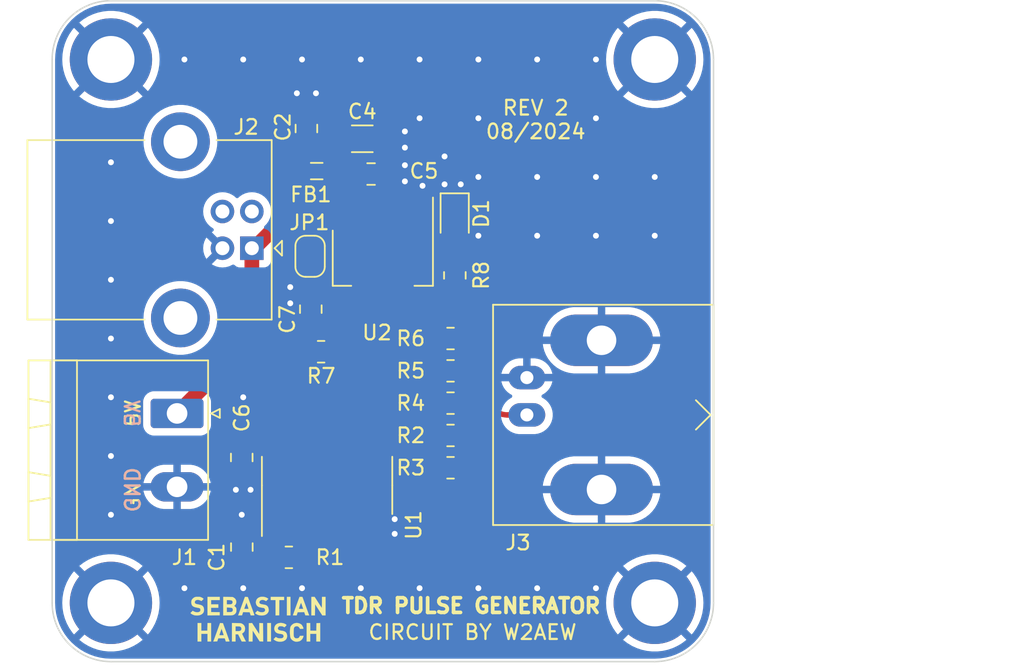
<source format=kicad_pcb>
(kicad_pcb (version 20240108) (generator "pcbnew") (generator_version "8.0")
  (title_block (title "Pulse Generator") (date "2024-08-22") (company "Sebastian Harnisch") (comment 1 "Pulse gen circuit presented by W2AEW"))
  (layers (0 "F.Cu" signal) (1 "In1.Cu" signal) (2 "In2.Cu" signal) (31 "B.Cu" signal) (34 "B.Paste" user) (35 "F.Paste" user) (36 "B.SilkS" user "B.Silkscreen") (37 "F.SilkS" user "F.Silkscreen") (38 "B.Mask" user) (39 "F.Mask" user) (44 "Edge.Cuts" user))
  (net 0 "")
  (net 1 "Net-(C1-Pad1)")
  (net 2 "GND")
  (net 3 "+5V")
  (net 4 "+3.3V")
  (net 5 "Net-(C7-Pad1)")
  (net 6 "Net-(J1-Pin_1)")
  (net 7 "Net-(D1-A)")
  (net 11 "Net-(R1-Pad2)")
  (net 12 "Net-(R2-Pad1)")
  (net 13 "Net-(R3-Pad1)")
  (net 14 "Net-(R4-Pad1)")
  (net 15 "Net-(R5-Pad1)")
  (net 16 "Net-(R6-Pad1)")
  (net 18 "Net-(J3-In)")
  (footprint "MountingHole:MountingHole_3.2mm_M3_DIN965_Pad" (layer "F.Cu") (at 90.9 70)
    (property "Reference" "H1" (hide yes))
    (property "Value" "M3")
    (pad "1" thru_hole circle (at 0 0) (size 5.6 5.6) (drill 3.2) (layers "*.Cu" "*.Mask") (net 2 "GND"))
  )
  (footprint "Capacitor_SMD:C_1206_3216Metric" (layer "F.Cu") (at 71 38.4)
    (property "Reference" "C4" (at 0 -1.85 0) (layer "F.SilkS"))
    (property "Value" "10u")
    (pad "1" smd roundrect (at -1.475 0) (size 1.15 1.8) (layers "F.Cu" "F.Paste" "F.Mask") (roundrect_rratio 0.217391) (net 3 "+5V"))
    (pad "2" smd roundrect (at 1.475 0) (size 1.15 1.8) (layers "F.Cu" "F.Paste" "F.Mask") (roundrect_rratio 0.217391) (net 2 "GND"))
  )
  (footprint "01_Sebastian:SebastianHarnisch_small" (layer "F.Cu") (at 63.9 71.12)
    (property "Reference" "LOGO1" (hide yes))
    (property "Value" "LOGO_SH_SMALL" (hide yes))
  )
  (footprint "Connector_Phoenix_MSTB:PhoenixContact_MSTBA_2,5_2-G_1x02_P5.00mm_Horizontal" (layer "F.Cu") (at 58.4 57.1 -90)
    (property "Reference" "J1" (at 9.8 -0.5 0) (layer "F.SilkS"))
    (property "Value" "Screw_Terminal_01x02")
    (pad "1" thru_hole roundrect (at 0 0 270) (size 2 3.6) (drill 1.4) (layers "*.Cu" "*.Mask") (roundrect_rratio 0.125) (net 6 "Net-(J1-Pin_1)"))
    (pad "2" thru_hole oval (at 5 0 270) (size 2 3.6) (drill 1.4) (layers "*.Cu" "*.Mask") (net 2 "GND"))
  )
  (footprint "Capacitor_SMD:C_0805_2012Metric" (layer "F.Cu") (at 62.8 60.1 -90)
    (property "Reference" "C6" (at -2.7 0 -90) (layer "F.SilkS"))
    (property "Value" "100n")
    (pad "1" smd roundrect (at -0.95 0 270) (size 1 1.45) (layers "F.Cu" "F.Paste" "F.Mask") (net 4 "+3.3V"))
    (pad "2" smd roundrect (at 0.95 0 270) (size 1 1.45) (layers "F.Cu" "F.Paste" "F.Mask") (net 2 "GND"))
  )
  (footprint "MountingHole:MountingHole_3.2mm_M3_DIN965_Pad" (layer "F.Cu") (at 53.9 33)
    (property "Reference" "H4" (hide yes))
    (property "Value" "M3")
    (pad "1" thru_hole circle (at 0 0) (size 5.6 5.6) (drill 3.2) (layers "*.Cu" "*.Mask") (net 2 "GND"))
  )
  (footprint "Capacitor_SMD:C_0805_2012Metric" (layer "F.Cu") (at 67.5 50 90)
    (property "Reference" "C7" (at -0.7 -1.6 90) (layer "F.SilkS"))
    (property "Value" "10u")
    (pad "1" smd roundrect (at -0.95 0 90) (size 1 1.45) (layers "F.Cu" "F.Paste" "F.Mask") (net 5 "Net-(C7-Pad1)"))
    (pad "2" smd roundrect (at 0.95 0 90) (size 1 1.45) (layers "F.Cu" "F.Paste" "F.Mask") (net 2 "GND"))
  )
  (footprint "Resistor_SMD:R_0805_2012Metric" (layer "F.Cu") (at 77.3 47.7 90)
    (property "Reference" "R8" (at 0 1.8 90) (layer "F.SilkS"))
    (property "Value" "1k")
    (pad "1" smd roundrect (at -0.9125 0 90) (size 1.025 1.4) (layers "F.Cu" "F.Paste" "F.Mask") (roundrect_rratio 0.243902) (net 4 "+3.3V"))
    (pad "2" smd roundrect (at 0.9125 0 90) (size 1.025 1.4) (layers "F.Cu" "F.Paste" "F.Mask") (roundrect_rratio 0.243902) (net 7 "Net-(D1-A)"))
  )
  (footprint "Resistor_SMD:R_0805_2012Metric" (layer "F.Cu") (at 77.00625 54.2)
    (property "Reference" "R5" (at -2.70625 0 0) (layer "F.SilkS"))
    (property "Value" "220")
    (pad "1" smd roundrect (at -0.9125 0) (size 1.025 1.4) (layers "F.Cu" "F.Paste" "F.Mask") (roundrect_rratio 0.243902) (net 15 "Net-(R5-Pad1)"))
    (pad "2" smd roundrect (at 0.9125 0) (size 1.025 1.4) (layers "F.Cu" "F.Paste" "F.Mask") (roundrect_rratio 0.243902) (net 18 "Net-(J3-In)"))
  )
  (footprint "Jumper:SolderJumper-2_P1.3mm_Open_RoundedPad1.0x1.5mm" (layer "F.Cu") (at 67.45 46.4 -90)
    (property "Reference" "JP1" (at -2.3 0.05 180) (layer "F.SilkS"))
    (property "Value" "SolderJumper_2_Open")
    (pad "1" smd custom (at -0.65 0 270) (size 1 0.5) (layers "F.Cu" "F.Mask") (net 3 "+5V") (options (clearance outline) (anchor rect)) (primitives (gr_circle (center 0 0.25) (end 0.5 0.25) (width 0) (fill yes)) (gr_circle (center 0 -0.25) (end 0.5 -0.25) (width 0) (fill yes)) (gr_poly (pts (xy 0.5 0.75) (xy 0 0.75) (xy 0 -0.75) (xy 0.5 -0.75)) (width 0) (fill yes))))
    (pad "2" smd custom (at 0.65 0 270) (size 1 0.5) (layers "F.Cu" "F.Mask") (net 4 "+3.3V") (options (clearance outline) (anchor rect)) (primitives (gr_circle (center 0 0.25) (end 0.5 0.25) (width 0) (fill yes)) (gr_circle (center 0 -0.25) (end 0.5 -0.25) (width 0) (fill yes)) (gr_poly (pts (xy 0 0.75) (xy -0.5 0.75) (xy -0.5 -0.75) (xy 0 -0.75)) (width 0) (fill yes))))
  )
  (footprint "Resistor_SMD:R_0805_2012Metric" (layer "F.Cu") (at 77.00625 58.6)
    (property "Reference" "R2" (at -2.70625 0 0) (layer "F.SilkS"))
    (property "Value" "220")
    (pad "1" smd roundrect (at -0.9125 0) (size 1.025 1.4) (layers "F.Cu" "F.Paste" "F.Mask") (roundrect_rratio 0.243902) (net 12 "Net-(R2-Pad1)"))
    (pad "2" smd roundrect (at 0.9125 0) (size 1.025 1.4) (layers "F.Cu" "F.Paste" "F.Mask") (roundrect_rratio 0.243902) (net 18 "Net-(J3-In)"))
  )
  (footprint "Connector_Coaxial:BNC_Amphenol_B6252HB-NPP3G-50_Horizontal" (layer "F.Cu") (at 82.2 57.2 -90)
    (property "Reference" "J3" (at 8.7 0.6 0) (layer "F.SilkS"))
    (property "Value" "Conn_Coaxial")
    (pad "1" thru_hole oval (at 0 0 270) (size 1.6 2.5) (drill 0.89) (layers "*.Cu" "*.Mask") (net 18 "Net-(J3-In)"))
    (pad "2" thru_hole oval (at -5.08 -5.08 270) (size 3.5 7) (drill 2.01) (layers "*.Cu" "*.Mask") (net 2 "GND"))
    (pad "2" thru_hole oval (at -2.54 0 270) (size 1.6 2.5) (drill 0.89) (layers "*.Cu" "*.Mask") (net 2 "GND"))
    (pad "2" thru_hole oval (at 5.08 -5.08 270) (size 3.5 7) (drill 2.01) (layers "*.Cu" "*.Mask") (net 2 "GND"))
  )
  (footprint "Resistor_SMD:R_0805_2012Metric" (layer "F.Cu") (at 77.00625 56.4)
    (property "Reference" "R4" (at -2.70625 0 0) (layer "F.SilkS"))
    (property "Value" "220")
    (pad "1" smd roundrect (at -0.9125 0) (size 1.025 1.4) (layers "F.Cu" "F.Paste" "F.Mask") (roundrect_rratio 0.243902) (net 14 "Net-(R4-Pad1)"))
    (pad "2" smd roundrect (at 0.9125 0) (size 1.025 1.4) (layers "F.Cu" "F.Paste" "F.Mask") (roundrect_rratio 0.243902) (net 18 "Net-(J3-In)"))
  )
  (footprint "Package_SO:SOIC-14_3.9x8.7mm_P1.27mm" (layer "F.Cu") (at 68.60625 62 90)
    (property "Reference" "U1" (at -2.7 5.89375 90) (layer "F.SilkS"))
    (property "Value" "74AC14")
    (pad "1" smd roundrect (at -2.475 -3.81 90) (size 1.95 0.6) (layers "F.Cu" "F.Paste" "F.Mask") (net 1 "Net-(C1-Pad1)"))
    (pad "2" smd roundrect (at -2.475 -2.54 90) (size 1.95 0.6) (layers "F.Cu" "F.Paste" "F.Mask") (net 11 "Net-(R1-Pad2)"))
    (pad "3" smd roundrect (at -2.475 -1.27 90) (size 1.95 0.6) (layers "F.Cu" "F.Paste" "F.Mask") (net 11 "Net-(R1-Pad2)"))
    (pad "4" smd roundrect (at -2.475 0 90) (size 1.95 0.6) (layers "F.Cu" "F.Paste" "F.Mask") (net 12 "Net-(R2-Pad1)"))
    (pad "5" smd roundrect (at -2.475 1.27 90) (size 1.95 0.6) (layers "F.Cu" "F.Paste" "F.Mask") (net 11 "Net-(R1-Pad2)"))
    (pad "6" smd roundrect (at -2.475 2.54 90) (size 1.95 0.6) (layers "F.Cu" "F.Paste" "F.Mask") (net 13 "Net-(R3-Pad1)"))
    (pad "7" smd roundrect (at -2.475 3.81 90) (size 1.95 0.6) (layers "F.Cu" "F.Paste" "F.Mask") (net 2 "GND"))
    (pad "8" smd roundrect (at 2.475 3.81 90) (size 1.95 0.6) (layers "F.Cu" "F.Paste" "F.Mask") (net 14 "Net-(R4-Pad1)"))
    (pad "9" smd roundrect (at 2.475 2.54 90) (size 1.95 0.6) (layers "F.Cu" "F.Paste" "F.Mask") (net 11 "Net-(R1-Pad2)"))
    (pad "10" smd roundrect (at 2.475 1.27 90) (size 1.95 0.6) (layers "F.Cu" "F.Paste" "F.Mask") (net 15 "Net-(R5-Pad1)"))
    (pad "11" smd roundrect (at 2.475 0 90) (size 1.95 0.6) (layers "F.Cu" "F.Paste" "F.Mask") (net 11 "Net-(R1-Pad2)"))
    (pad "12" smd roundrect (at 2.475 -1.27 90) (size 1.95 0.6) (layers "F.Cu" "F.Paste" "F.Mask") (net 16 "Net-(R6-Pad1)"))
    (pad "13" smd roundrect (at 2.475 -2.54 90) (size 1.95 0.6) (layers "F.Cu" "F.Paste" "F.Mask") (net 11 "Net-(R1-Pad2)"))
    (pad "14" smd roundrect (at 2.475 -3.81 90) (size 1.95 0.6) (layers "F.Cu" "F.Paste" "F.Mask") (net 4 "+3.3V"))
  )
  (footprint "LED_SMD:LED_0805_2012Metric" (layer "F.Cu") (at 77.289 43.8 -90)
    (property "Reference" "D1" (at -0.3 -1.811 90) (layer "F.SilkS"))
    (property "Value" "LED")
    (pad "1" smd roundrect (at -0.9375 0 270) (size 0.975 1.4) (layers "F.Cu" "F.Paste" "F.Mask") (net 2 "GND"))
    (pad "2" smd roundrect (at 0.9375 0 270) (size 0.975 1.4) (layers "F.Cu" "F.Paste" "F.Mask") (net 7 "Net-(D1-A)"))
  )
  (footprint "Resistor_SMD:R_0805_2012Metric" (layer "F.Cu") (at 68.2 52.9 180)
    (property "Reference" "R7" (at 0 -1.65 180) (layer "F.SilkS"))
    (property "Value" "1")
    (pad "1" smd roundrect (at -0.9125 0 180) (size 1.025 1.4) (layers "F.Cu" "F.Paste" "F.Mask") (roundrect_rratio 0.243902) (net 4 "+3.3V"))
    (pad "2" smd roundrect (at 0.9125 0 180) (size 1.025 1.4) (layers "F.Cu" "F.Paste" "F.Mask") (roundrect_rratio 0.243902) (net 5 "Net-(C7-Pad1)"))
  )
  (footprint "Resistor_SMD:R_0805_2012Metric" (layer "F.Cu") (at 77.00625 52)
    (property "Reference" "R6" (at -2.70625 0 0) (layer "F.SilkS"))
    (property "Value" "220")
    (pad "1" smd roundrect (at -0.9125 0) (size 1.025 1.4) (layers "F.Cu" "F.Paste" "F.Mask") (roundrect_rratio 0.243902) (net 16 "Net-(R6-Pad1)"))
    (pad "2" smd roundrect (at 0.9125 0) (size 1.025 1.4) (layers "F.Cu" "F.Paste" "F.Mask") (roundrect_rratio 0.243902) (net 18 "Net-(J3-In)"))
  )
  (footprint "Resistor_SMD:R_0805_2012Metric" (layer "F.Cu") (at 77.00625 60.8)
    (property "Reference" "R3" (at -2.70625 0 0) (layer "F.SilkS"))
    (property "Value" "220")
    (pad "1" smd roundrect (at -0.9125 0) (size 1.025 1.4) (layers "F.Cu" "F.Paste" "F.Mask") (roundrect_rratio 0.243902) (net 13 "Net-(R3-Pad1)"))
    (pad "2" smd roundrect (at 0.9125 0) (size 1.025 1.4) (layers "F.Cu" "F.Paste" "F.Mask") (roundrect_rratio 0.243902) (net 18 "Net-(J3-In)"))
  )
  (footprint "Connector_USB:USB_B_Lumberg_2411_02_Horizontal" (layer "F.Cu") (at 63.4875 45.85 180)
    (property "Reference" "J2" (at 0.3875 8.25 0) (layer "F.SilkS"))
    (property "Value" "USB_B")
    (pad "1" thru_hole rect (at 0 0 270) (size 1.6 1.6) (drill 0.95) (layers "*.Cu" "*.Mask") (net 6 "Net-(J1-Pin_1)"))
    (pad "2" thru_hole circle (at 0 2.5 270) (size 1.6 1.6) (drill 0.95) (layers "*.Cu" "*.Mask"))
    (pad "3" thru_hole circle (at 2 2.5 270) (size 1.6 1.6) (drill 0.95) (layers "*.Cu" "*.Mask"))
    (pad "4" thru_hole circle (at 2 0 270) (size 1.6 1.6) (drill 0.95) (layers "*.Cu" "*.Mask") (net 2 "GND"))
    (pad "5" thru_hole circle (at 4.86 -4.75 270) (size 4 4) (drill 2.3) (layers "*.Cu" "*.Mask"))
    (pad "5" thru_hole circle (at 4.86 7.25 270) (size 4 4) (drill 2.3) (layers "*.Cu" "*.Mask"))
  )
  (footprint "Capacitor_SMD:C_0805_2012Metric" (layer "F.Cu") (at 62.80625 66.2 90)
    (property "Reference" "C1" (at -0.7 -1.70625 90) (layer "F.SilkS"))
    (property "Value" "47n")
    (pad "1" smd roundrect (at -0.95 0 90) (size 1 1.45) (layers "F.Cu" "F.Paste" "F.Mask") (net 1 "Net-(C1-Pad1)"))
    (pad "2" smd roundrect (at 0.95 0 90) (size 1 1.45) (layers "F.Cu" "F.Paste" "F.Mask") (net 2 "GND"))
  )
  (footprint "Package_TO_SOT_SMD:SOT-223-3_TabPin2" (layer "F.Cu") (at 72.4 46.5 -90)
    (property "Reference" "U2" (at 5.1 0.4 180) (layer "F.SilkS"))
    (property "Value" "LD1117S33TR_SOT223")
    (pad "1" smd rect (at -3.15 -2.3 270) (size 2 1.5) (layers "F.Cu" "F.Paste" "F.Mask") (net 2 "GND"))
    (pad "2" smd rect (at -3.15 0 270) (size 2 1.5) (layers "F.Cu" "F.Paste" "F.Mask") (net 4 "+3.3V"))
    (pad "2" smd rect (at 3.15 0 270) (size 2 3.8) (layers "F.Cu" "F.Paste" "F.Mask") (net 4 "+3.3V"))
    (pad "3" smd rect (at -3.15 2.3 270) (size 2 1.5) (layers "F.Cu" "F.Paste" "F.Mask") (net 3 "+5V"))
  )
  (footprint "MountingHole:MountingHole_3.2mm_M3_DIN965_Pad" (layer "F.Cu") (at 53.9 70)
    (property "Reference" "H2" (hide yes))
    (property "Value" "M3")
    (pad "1" thru_hole circle (at 0 0) (size 5.6 5.6) (drill 3.2) (layers "*.Cu" "*.Mask") (net 2 "GND"))
  )
  (footprint "Resistor_SMD:R_0805_2012Metric" (layer "F.Cu") (at 66.00625 66.9)
    (property "Reference" "R1" (at 2.79375 0 0) (layer "F.SilkS"))
    (property "Value" "6.8k")
    (pad "1" smd roundrect (at -0.9125 0) (size 1.025 1.4) (layers "F.Cu" "F.Paste" "F.Mask") (roundrect_rratio 0.243902) (net 1 "Net-(C1-Pad1)"))
    (pad "2" smd roundrect (at 0.9125 0) (size 1.025 1.4) (layers "F.Cu" "F.Paste" "F.Mask") (roundrect_rratio 0.243902) (net 11 "Net-(R1-Pad2)"))
  )
  (footprint "Capacitor_SMD:C_0805_2012Metric" (layer "F.Cu") (at 67.2 37.7 90)
    (property "Reference" "C2" (at 0.1 -1.6 90) (layer "F.SilkS"))
    (property "Value" "1u")
    (pad "1" smd roundrect (at -0.95 0 90) (size 1 1.45) (layers "F.Cu" "F.Paste" "F.Mask") (net 6 "Net-(J1-Pin_1)"))
    (pad "2" smd roundrect (at 0.95 0 90) (size 1 1.45) (layers "F.Cu" "F.Paste" "F.Mask") (net 2 "GND"))
  )
  (footprint "Capacitor_SMD:C_0805_2012Metric" (layer "F.Cu") (at 71.6 40.8)
    (property "Reference" "C5" (at 3.6 -0.2 0) (layer "F.SilkS"))
    (property "Value" "100n")
    (pad "1" smd roundrect (at -0.95 0) (size 1 1.45) (layers "F.Cu" "F.Paste" "F.Mask") (net 3 "+5V"))
    (pad "2" smd roundrect (at 0.95 0) (size 1 1.45) (layers "F.Cu" "F.Paste" "F.Mask") (net 2 "GND"))
  )
  (footprint "MountingHole:MountingHole_3.2mm_M3_DIN965_Pad" (layer "F.Cu") (at 90.9 33)
    (property "Reference" "H3" (hide yes))
    (property "Value" "M3")
    (pad "1" thru_hole circle (at 0 0) (size 5.6 5.6) (drill 3.2) (layers "*.Cu" "*.Mask") (net 2 "GND"))
  )
  (footprint "Inductor_SMD:L_0805_2012Metric" (layer "F.Cu") (at 67.9 40.6)
    (property "Reference" "FB1" (at -0.4 1.6 0) (layer "F.SilkS"))
    (property "Value" "120R")
    (pad "1" smd roundrect (at -1.0625 0) (size 0.875 1.2) (layers "F.Cu" "F.Paste" "F.Mask") (net 6 "Net-(J1-Pin_1)"))
    (pad "2" smd roundrect (at 1.0625 0) (size 0.875 1.2) (layers "F.Cu" "F.Paste" "F.Mask") (net 3 "+5V"))
  )
  (gr_arc (start 49.9 33) (mid 51.071573 30.171573) (end 53.9 29) (stroke (width 0.1)) (layer "Edge.Cuts"))
  (gr_line (start 53.9 29) (end 90.9 29) (stroke (width 0.1)) (layer "Edge.Cuts"))
  (gr_arc (start 90.9 29) (mid 93.728427 30.171573) (end 94.9 33) (stroke (width 0.1)) (layer "Edge.Cuts"))
  (gr_line (start 94.9 33) (end 94.9 70) (stroke (width 0.1)) (layer "Edge.Cuts"))
  (gr_line (start 90.9 74) (end 53.9 74) (stroke (width 0.1)) (layer "Edge.Cuts"))
  (gr_line (start 49.9 70) (end 49.9 33) (stroke (width 0.1)) (layer "Edge.Cuts"))
  (gr_arc (start 94.9 70) (mid 93.728427 72.828427) (end 90.9 74) (stroke (width 0.1)) (layer "Edge.Cuts"))
  (gr_arc (start 53.9 74) (mid 51.071573 72.828427) (end 49.9 70) (stroke (width 0.1)) (layer "Edge.Cuts"))
  (gr_text "GND" (at 55.3 62.3 -90) (layer "B.SilkS") (effects (font (size 1 1) (thickness 0.153)) (justify mirror)))
  (gr_text "5V" (at 55.3 57.1 -90) (layer "B.SilkS") (effects (font (size 1 1) (thickness 0.153)) (justify mirror)))
  (gr_text "GND" (at 55.4 62.3 90) (layer "F.SilkS") (effects (font (size 1 1) (thickness 0.153))))
  (gr_text "TDR PULSE GENERATOR" (at 78.4 70.2 0) (layer "F.SilkS") (effects (font (size 1 1) (thickness 0.25))))
  (gr_text "CIRCUIT BY W2AEW" (at 78.5 72 0) (layer "F.SilkS") (effects (font (size 1 1) (thickness 0.153))))
  (gr_text "REV 2\n08/2024" (at 82.8 37.1 0) (layer "F.SilkS") (effects (font (size 1 1) (thickness 0.153))))
  (gr_text "5V" (at 55.4 57.1 90) (layer "F.SilkS") (effects (font (size 1 1) (thickness 0.153))))
  (segment (start 62.80625 67.15) (end 63.05625 66.9) (width 0.37) (layer "F.Cu") (net 1))
  (segment (start 63.05625 66.9) (end 65.09375 66.9) (width 0.37) (layer "F.Cu") (net 1))
  (segment (start 64.79625 66.6025) (end 65.09375 66.9) (width 0.37) (layer "F.Cu") (net 1))
  (segment (start 64.79625 64.475) (end 64.79625 66.6025) (width 0.37) (layer "F.Cu") (net 1))
  (segment (start 62.8 61.9) (end 62.4 62.3) (width 1) (layer "F.Cu") (net 2))
  (segment (start 67.85 36.1) (end 67.2 36.75) (width 1) (layer "F.Cu") (net 2))
  (segment (start 73.20625 65.3) (end 72.60625 65.3) (width 0.6) (layer "F.Cu") (net 2))
  (segment (start 62.8 61.05) (end 62.8 61.7) (width 1) (layer "F.Cu") (net 2))
  (segment (start 63.4 62.3) (end 62.4 62.3) (width 1) (layer "F.Cu") (net 2))
  (segment (start 66.55 36.1) (end 66.55 35.3) (width 1) (layer "F.Cu") (net 2))
  (segment (start 67.5 49.05) (end 66.65 49.05) (width 1) (layer "F.Cu") (net 2))
  (segment (start 67.85 36.05) (end 67.85 36.1) (width 1) (layer "F.Cu") (net 2))
  (segment (start 72.60625 65.3) (end 72.41625 65.11) (width 0.6) (layer "F.Cu") (net 2))
  (segment (start 73.20625 65.2) (end 72.48125 64.475) (width 0.6) (layer "F.Cu") (net 2))
  (segment (start 67.85 35.3) (end 67.85 36.05) (width 1) (layer "F.Cu") (net 2))
  (segment (start 66.55 35.3) (end 67.3 36.05) (width 1) (layer "F.Cu") (net 2))
  (segment (start 73.20625 65.3) (end 73.20625 65.2) (width 0.6) (layer "F.Cu") (net 2))
  (segment (start 72.41625 65.11) (end 72.41625 64.475) (width 0.6) (layer "F.Cu") (net 2))
  (segment (start 62.8 61.7) (end 63.4 62.3) (width 1) (layer "F.Cu") (net 2))
  (segment (start 66.1 48.5) (end 66.1 49.6) (width 1) (layer "F.Cu") (net 2))
  (segment (start 72.48125 64.475) (end 72.41625 64.475) (width 0.6) (layer "F.Cu") (net 2))
  (segment (start 62.8 61.05) (end 62.8 61.9) (width 1) (layer "F.Cu") (net 2))
  (segment (start 66.65 49.05) (end 66.1 48.5) (width 1) (layer "F.Cu") (net 2))
  (segment (start 73.20625 64.3) (end 72.59125 64.3) (width 0.6) (layer "F.Cu") (net 2))
  (segment (start 66.65 49.05) (end 66.1 49.6) (width 1) (layer "F.Cu") (net 2))
  (segment (start 67.3 36.05) (end 67.85 36.05) (width 1) (layer "F.Cu") (net 2))
  (segment (start 67.2 36.75) (end 66.55 36.1) (width 1) (layer "F.Cu") (net 2))
  (segment (start 62.8 65.24375) (end 62.80625 65.25) (width 0.6) (layer "F.Cu") (net 2))
  (segment (start 66.55 35.3) (end 67.85 35.3) (width 1) (layer "F.Cu") (net 2))
  (segment (start 72.59125 64.3) (end 72.41625 64.475) (width 0.6) (layer "F.Cu") (net 2))
  (segment (start 73.20625 65.3) (end 73.20625 64.3) (width 0.6) (layer "F.Cu") (net 2))
  (segment (start 62.8 64) (end 62.8 65.24375) (width 0.37) (layer "F.Cu") (net 2))
  (via (at 70.9 33) (size 0.8) (drill 0.4) (layers "F.Cu" "B.Cu") (net 2))
  (via (at 86.9 33) (size 0.8) (drill 0.4) (layers "F.Cu" "B.Cu") (net 2))
  (via (at 62.9 69) (size 0.8) (drill 0.4) (layers "F.Cu" "B.Cu") (net 2))
  (via (at 73.20625 65.3) (size 0.8) (drill 0.4) (layers "F.Cu" "B.Cu") (net 2))
  (via (at 66.1 48.5) (size 0.8) (drill 0.4) (layers "F.Cu" "B.Cu") (net 2))
  (via (at 77.7 41.5) (size 0.8) (drill 0.4) (layers "F.Cu" "B.Cu") (net 2))
  (via (at 53.9 52) (size 0.8) (drill 0.4) (layers "F.Cu" "B.Cu") (net 2))
  (via (at 78.9 69) (size 0.8) (drill 0.4) (layers "F.Cu" "B.Cu") (net 2))
  (via (at 76.6 39.6) (size 0.8) (drill 0.4) (layers "F.Cu" "B.Cu") (net 2))
  (via (at 53.9 44) (size 0.8) (drill 0.4) (layers "F.Cu" "B.Cu") (net 2))
  (via (at 75.1 41.6) (size 0.8) (drill 0.4) (layers "F.Cu" "B.Cu") (net 2))
  (via (at 66.55 35.3) (size 0.8) (drill 0.4) (layers "F.Cu" "B.Cu") (net 2))
  (via (at 78.9 37) (size 0.8) (drill 0.4) (layers "F.Cu" "B.Cu") (net 2))
  (via (at 86.9 45) (size 0.8) (drill 0.4) (layers "F.Cu" "B.Cu") (net 2))
  (via (at 73.9 37.9) (size 0.8) (drill 0.4) (layers "F.Cu" "B.Cu") (net 2))
  (via (at 62.9 33) (size 0.8) (drill 0.4) (layers "F.Cu" "B.Cu") (net 2))
  (via (at 58.9 69) (size 0.8) (drill 0.4) (layers "F.Cu" "B.Cu") (net 2))
  (via (at 62.9 56) (size 0.8) (drill 0.4) (layers "F.Cu" "B.Cu") (net 2))
  (via (at 82.9 33) (size 0.8) (drill 0.4) (layers "F.Cu" "B.Cu") (net 2))
  (via (at 90.9 41) (size 0.8) (drill 0.4) (layers "F.Cu" "B.Cu") (net 2))
  (via (at 62.8 64) (size 0.8) (drill 0.4) (layers "F.Cu" "B.Cu") (net 2))
  (via (at 70.9 69) (size 0.8) (drill 0.4) (layers "F.Cu" "B.Cu") (net 2))
  (via (at 73.20625 64.3) (size 0.8) (drill 0.4) (layers "F.Cu" "B.Cu") (net 2))
  (via (at 76.6 41.5) (size 0.8) (drill 0.4) (layers "F.Cu" "B.Cu") (net 2))
  (via (at 73.9 40.2) (size 0.8) (drill 0.4) (layers "F.Cu" "B.Cu") (net 2))
  (via (at 86.9 41) (size 0.8) (drill 0.4) (layers "F.Cu" "B.Cu") (net 2))
  (via (at 82.9 41) (size 0.8) (drill 0.4) (layers "F.Cu" "B.Cu") (net 2))
  (via (at 74.9 69) (size 0.8) (drill 0.4) (layers "F.Cu" "B.Cu") (net 2))
  (via (at 78.9 41) (size 0.8) (drill 0.4) (layers "F.Cu" "B.Cu") (net 2))
  (via (at 67.85 35.3) (size 0.8) (drill 0.4) (layers "F.Cu" "B.Cu") (net 2))
  (via (at 62.4 62.3) (size 0.8) (drill 0.4) (layers "F.Cu" "B.Cu") (net 2))
  (via (at 73.9 39) (size 0.8) (drill 0.4) (layers "F.Cu" "B.Cu") (net 2))
  (via (at 58.9 33) (size 0.8) (drill 0.4) (layers "F.Cu" "B.Cu") (net 2))
  (via (at 53.9 40) (size 0.8) (drill 0.4) (layers "F.Cu" "B.Cu") (net 2))
  (via (at 66.1 49.6) (size 0.8) (drill 0.4) (layers "F.Cu" "B.Cu") (net 2))
  (via (at 63.4 62.3) (size 0.8) (drill 0.4) (layers "F.Cu" "B.Cu") (net 2))
  (via (at 82.9 69) (size 0.8) (drill 0.4) (layers "F.Cu" "B.Cu") (net 2))
  (via (at 53.9 64) (size 0.8) (drill 0.4) (layers "F.Cu" "B.Cu") (net 2))
  (via (at 86.9 69) (size 0.8) (drill 0.4) (layers "F.Cu" "B.Cu") (net 2))
  (via (at 74.9 33) (size 0.8) (drill 0.4) (layers "F.Cu" "B.Cu") (net 2))
  (via (at 78.9 45) (size 0.8) (drill 0.4) (layers "F.Cu" "B.Cu") (net 2))
  (via (at 53.9 48) (size 0.8) (drill 0.4) (layers "F.Cu" "B.Cu") (net 2))
  (via (at 90.9 45) (size 0.8) (drill 0.4) (layers "F.Cu" "B.Cu") (net 2))
  (via (at 74.9 37) (size 0.8) (drill 0.4) (layers "F.Cu" "B.Cu") (net 2))
  (via (at 82.9 45) (size 0.8) (drill 0.4) (layers "F.Cu" "B.Cu") (net 2))
  (via (at 53.9 60) (size 0.8) (drill 0.4) (layers "F.Cu" "B.Cu") (net 2))
  (via (at 53.9 56) (size 0.8) (drill 0.4) (layers "F.Cu" "B.Cu") (net 2))
  (via (at 78.9 33) (size 0.8) (drill 0.4) (layers "F.Cu" "B.Cu") (net 2))
  (via (at 66.9 33) (size 0.8) (drill 0.4) (layers "F.Cu" "B.Cu") (net 2))
  (via (at 66.9 69) (size 0.8) (drill 0.4) (layers "F.Cu" "B.Cu") (net 2))
  (via (at 86.9 37) (size 0.8) (drill 0.4) (layers "F.Cu" "B.Cu") (net 2))
  (via (at 73.9 41.3) (size 0.8) (drill 0.4) (layers "F.Cu" "B.Cu") (net 2))
  (segment (start 67.45 45.75) (end 67.7 45.75) (width 1) (layer "F.Cu") (net 3))
  (segment (start 64.79625 59.525) (end 64.79625 57.80375) (width 1) (layer "F.Cu") (net 4))
  (segment (start 69.1125 53.4875) (end 69.1125 52.9) (width 1) (layer "F.Cu") (net 4))
  (segment (start 62.8 59.15) (end 64.42125 59.15) (width 1) (layer "F.Cu") (net 4))
  (segment (start 64.42125 59.15) (end 64.79625 59.525) (width 1) (layer "F.Cu") (net 4))
  (segment (start 64.79625 57.80375) (end 69.1125 53.4875) (width 1) (layer "F.Cu") (net 4))
  (segment (start 67.2875 51.1625) (end 67.5 50.95) (width 1) (layer "F.Cu") (net 5))
  (segment (start 67.2875 52.9) (end 67.2875 51.1625) (width 1) (layer "F.Cu") (net 5))
  (segment (start 58.4 57.1) (end 63.4875 52.0125) (width 1) (layer "F.Cu") (net 6))
  (segment (start 63.65 45.85) (end 66.8375 42.6625) (width 1) (layer "F.Cu") (net 6))
  (segment (start 63.4875 52.0125) (end 63.4875 45.85) (width 1) (layer "F.Cu") (net 6))
  (segment (start 66.8375 39.0125) (end 67.2 38.65) (width 1) (layer "F.Cu") (net 6))
  (segment (start 63.4875 45.85) (end 63.65 45.85) (width 1) (layer "F.Cu") (net 6))
  (segment (start 66.8375 42.6625) (end 66.8375 40.6) (width 1) (layer "F.Cu") (net 6))
  (segment (start 66.8375 40.6) (end 66.8375 39.0125) (width 1) (layer "F.Cu") (net 6))
  (segment (start 77.3 46.7875) (end 77.3 44.7485) (width 0.6) (layer "F.Cu") (net 7))
  (segment (start 67.33625 64.475) (end 67.33625 66.4825) (width 0.37) (layer "F.Cu") (net 11))
  (segment (start 67.33625 62.768025) (end 67.33625 64.475) (width 0.37) (layer "F.Cu") (net 11))
  (segment (start 67.33625 66.4825) (end 66.91875 66.9) (width 0.37) (layer "F.Cu") (net 11))
  (segment (start 66.91875 66.9) (end 66.96625 66.9) (width 0.6) (layer "F.Cu") (net 11))
  (segment (start 67.33625 65.87) (end 67.66625 66.2) (width 0.37) (layer "F.Cu") (net 11))
  (segment (start 67.33625 64.475) (end 67.33625 63.53625) (width 0.37) (layer "F.Cu") (net 11))
  (segment (start 66.06625 61.368224) (end 66.06625 59.525) (width 0.37) (layer "F.Cu") (net 11))
  (segment (start 71.14625 59.9425) (end 71.14625 59.525) (width 0.37) (layer "F.Cu") (net 11))
  (segment (start 68.732488 66.2) (end 68.161224 66.2) (width 0.37) (layer "F.Cu") (net 11))
  (segment (start 67.33625 64.475) (end 66.06625 64.475) (width 0.37) (layer "F.Cu") (net 11))
  (segment (start 69.87625 65.056238) (end 69.87625 64.475) (width 0.37) (layer "F.Cu") (net 11))
  (segment (start 67.33625 64.475) (end 67.33625 63.316875) (width 0.6) (layer "F.Cu") (net 11))
  (segment (start 67.31625 66.55) (end 66.96625 66.9) (width 0.37) (layer "F.Cu") (net 11))
  (segment (start 68.60625 60.0625) (end 68.60625 59.525) (width 0.37) (layer "F.Cu") (net 11))
  (segment (start 66.70125 62.90125) (end 67.33625 63.53625) (width 0.37) (layer "F.Cu") (net 11))
  (segment (start 67.971249 61.234999) (end 68.22618 60.980069) (width 0.37) (layer "F.Cu") (net 11))
  (segment (start 70.851032 60.655216) (end 70.607875 60.898374) (width 0.37) (layer "F.Cu") (net 11))
  (segment (start 69.151499 61.501625) (end 67.33625 63.316875) (width 0.37) (layer "F.Cu") (net 11))
  (segment (start 67.33625 64.475) (end 67.33625 65.87) (width 0.37) (layer "F.Cu") (net 11))
  (arc (start 69.87625 65.056238) (mid 69.789186 65.493936) (end 69.54125 65.865) (width 0.37) (layer "F.Cu") (net 11))
  (arc (start 68.60625 60.0625) (mid 68.507473 60.559085) (end 68.22618 60.980069) (width 0.37) (layer "F.Cu") (net 11))
  (arc (start 66.06625 61.368224) (mid 66.231281 62.197891) (end 66.70125 62.90125) (width 0.37) (layer "F.Cu") (net 11))
  (arc (start 69.54125 65.865) (mid 69.170186 66.112936) (end 68.732488 66.2) (width 0.37) (layer "F.Cu") (net 11))
  (arc (start 70.607875 60.898374) (mid 70.273779 61.121609) (end 69.879687 61.2) (width 0.37) (layer "F.Cu") (net 11))
  (arc (start 71.14625 59.9425) (mid 71.069525 60.328219) (end 70.851032 60.655216) (width 0.37) (layer "F.Cu") (net 11))
  (arc (start 69.879687 61.2) (mid 69.485594 61.278389) (end 69.151499 61.501625) (width 0.37) (layer "F.Cu") (net 11))
  (arc (start 67.971249 61.234999) (mid 67.50128 61.938357) (end 67.33625 62.768025) (width 0.37) (layer "F.Cu") (net 11))
  (arc (start 68.161224 66.2) (mid 67.703927 66.290962) (end 67.31625 66.55) (width 0.37) (layer "F.Cu") (net 11))
  (segment (start 71.15677 61.899479) (end 71.35625 61.7) (width 0.37) (layer "F.Cu") (net 12))
  (segment (start 72.563356 61.2) (end 74.187867 61.2) (width 0.37) (layer "F.Cu") (net 12))
  (segment (start 68.60625 64.0375) (end 68.60625 64.475) (width 0.37) (layer "F.Cu") (net 12))
  (segment (start 75.99375 58.7) (end 76.09375 58.6) (width 0.37) (layer "F.Cu") (net 12))
  (segment (start 74.7 60.687867) (end 74.7 60.55) (width 0.37) (layer "F.Cu") (net 12))
  (segment (start 74.376776 59.023223) (end 74.4 59) (width 0.37) (layer "F.Cu") (net 12))
  (segment (start 69.705729 62.50052) (end 68.915609 63.29064) (width 0.37) (layer "F.Cu") (net 12))
  (segment (start 75.752328 58.8) (end 74.882842 58.8) (width 0.37) (layer "F.Cu") (net 12))
  (segment (start 74.376776 59.876776) (end 74.452512 59.952512) (width 0.37) (layer "F.Cu") (net 12))
  (arc (start 74.7 60.687867) (mid 74.661016 60.883852) (end 74.55 61.05) (width 0.37) (layer "F.Cu") (net 12))
  (arc (start 72.563356 61.2) (mid 71.910075 61.329945) (end 71.35625 61.7) (width 0.37) (layer "F.Cu") (net 12))
  (arc (start 70.43125 62.2) (mid 70.038601 62.278102) (end 69.705729 62.50052) (width 0.37) (layer "F.Cu") (net 12))
  (arc (start 74.452512 59.952512) (mid 74.635679 60.226642) (end 74.7 60.55) (width 0.37) (layer "F.Cu") (net 12))
  (arc (start 68.915609 63.29064) (mid 68.686649 63.633302) (end 68.60625 64.0375) (width 0.37) (layer "F.Cu") (net 12))
  (arc (start 74.882842 58.8) (mid 74.621529 58.851978) (end 74.4 59) (width 0.37) (layer "F.Cu") (net 12))
  (arc (start 74.2 59.45) (mid 74.245942 59.680969) (end 74.376776 59.876776) (width 0.37) (layer "F.Cu") (net 12))
  (arc (start 75.99375 58.7) (mid 75.882984 58.77401) (end 75.752328 58.8) (width 0.37) (layer "F.Cu") (net 12))
  (arc (start 74.55 61.05) (mid 74.383852 61.161016) (end 74.187867 61.2) (width 0.37) (layer "F.Cu") (net 12))
  (arc (start 74.376776 59.023223) (mid 74.245942 59.21903) (end 74.2 59.45) (width 0.37) (layer "F.Cu") (net 12))
  (arc (start 71.15677 61.899479) (mid 70.823898 62.121897) (end 70.43125 62.2) (width 0.37) (layer "F.Cu") (net 12))
  (segment (start 76.90625 63.6) (end 76.90625 63.675735) (width 0.37) (layer "F.Cu") (net 13))
  (segment (start 72.088051 62.718197) (end 71.434396 63.371853) (width 0.37) (layer "F.Cu") (net 13))
  (segment (start 76.552696 62.746446) (end 76.5 62.69375) (width 0.37) (layer "F.Cu") (net 13))
  (segment (start 75.358762 64.452512) (end 73.624448 62.718198) (width 0.37) (layer "F.Cu") (net 13))
  (segment (start 76.09375 61.712975) (end 76.09375 60.8) (width 0.37) (layer "F.Cu") (net 13))
  (segment (start 76.606249 64.399999) (end 76.553737 64.452512) (width 0.37) (layer "F.Cu") (net 13))
  (segment (start 71.14625 64.0675) (end 71.14625 64.475) (width 0.37) (layer "F.Cu") (net 13))
  (arc (start 72.85625 62.4) (mid 72.440503 62.482696) (end 72.088051 62.718197) (width 0.37) (layer "F.Cu") (net 13))
  (arc (start 76.552696 62.746446) (mid 76.814364 63.13806) (end 76.90625 63.6) (width 0.37) (layer "F.Cu") (net 13))
  (arc (start 76.90625 63.675735) (mid 76.828282 64.067704) (end 76.606249 64.399999) (width 0.37) (layer "F.Cu") (net 13))
  (arc (start 71.434396 63.371853) (mid 71.221136 63.691018) (end 71.14625 64.0675) (width 0.37) (layer "F.Cu") (net 13))
  (arc (start 76.09375 61.712975) (mid 76.19933 62.243766) (end 76.5 62.69375) (width 0.37) (layer "F.Cu") (net 13))
  (arc (start 75.358762 64.452512) (mid 75.632892 64.635679) (end 75.95625 64.7) (width 0.37) (layer "F.Cu") (net 13))
  (arc (start 73.624448 62.718198) (mid 73.271995 62.482696) (end 72.85625 62.4) (width 0.37) (layer "F.Cu") (net 13))
  (arc (start 76.553737 64.452512) (mid 76.279607 64.635679) (end 75.95625 64.7) (width 0.37) (layer "F.Cu") (net 13))
  (segment (start 71.882842 56.317157) (end 72.658578 55.541421) (width 0.37) (layer "F.Cu") (net 14))
  (segment (start 75.832961 56.139211) (end 76.09375 56.4) (width 0.37) (layer "F.Cu") (net 14))
  (segment (start 75.153124 56.146874) (end 75.160788 56.139211) (width 0.37) (layer "F.Cu") (net 14))
  (segment (start 72.4 58.765685) (end 72.4 59.50875) (width 0.37) (layer "F.Cu") (net 14))
  (segment (start 73.7 56.253553) (end 73.7 57.217157) (width 0.37) (layer "F.Cu") (net 14))
  (segment (start 73.45 55.65) (end 73.341421 55.541421) (width 0.37) (layer "F.Cu") (net 14))
  (segment (start 71.882842 57.682842) (end 72 57.8) (width 0.37) (layer "F.Cu") (net 14))
  (segment (start 74.382842 57.9) (end 74.483448 57.9) (width 0.37) (layer "F.Cu") (net 14))
  (segment (start 75.00625 56.501462) (end 75.00625 57.377198) (width 0.37) (layer "F.Cu") (net 14))
  (segment (start 72.41625 59.525) (end 72.4 59.50875) (width 0.6) (layer "F.Cu") (net 14))
  (arc (start 73.45 55.65) (mid 73.635027 55.926912) (end 73.7 56.253553) (width 0.37) (layer "F.Cu") (net 14))
  (arc (start 71.6 57) (mid 71.673508 57.369551) (end 71.882842 57.682842) (width 0.37) (layer "F.Cu") (net 14))
  (arc (start 74.853125 57.746875) (mid 74.683515 57.860204) (end 74.483448 57.9) (width 0.37) (layer "F.Cu") (net 14))
  (arc (start 75.832961 56.139211) (mid 75.678763 56.036179) (end 75.496875 56) (width 0.37) (layer "F.Cu") (net 14))
  (arc (start 73.9 57.7) (mid 74.121529 57.848021) (end 74.382842 57.9) (width 0.37) (layer "F.Cu") (net 14))
  (arc (start 71.882842 56.317157) (mid 71.673508 56.630448) (end 71.6 57) (width 0.37) (layer "F.Cu") (net 14))
  (arc (start 75.496875 56) (mid 75.314986 56.036179) (end 75.160788 56.139211) (width 0.37) (layer "F.Cu") (net 14))
  (arc (start 75.153124 56.146874) (mid 75.044421 56.30956) (end 75.00625 56.501462) (width 0.37) (layer "F.Cu") (net 14))
  (arc (start 73.7 57.217157) (mid 73.751978 57.478469) (end 73.9 57.7) (width 0.37) (layer "F.Cu") (net 14))
  (arc (start 73.341421 55.541421) (mid 73.184775 55.436754) (end 73 55.4) (width 0.37) (layer "F.Cu") (net 14))
  (arc (start 73 55.4) (mid 72.815223 55.436754) (end 72.658578 55.541421) (width 0.37) (layer "F.Cu") (net 14))
  (arc (start 75.00625 57.377198) (mid 74.966454 57.577265) (end 74.853125 57.746875) (width 0.37) (layer "F.Cu") (net 14))
  (arc (start 72 57.8) (mid 72.296043 58.24306) (end 72.4 58.765685) (width 0.37) (layer "F.Cu") (net 14))
  (segment (start 75.89375 54.4) (end 76.09375 54.2) (width 0.37) (layer "F.Cu") (net 15))
  (segment (start 75.396875 54.6) (end 75.410907 54.6) (width 0.37) (layer "F.Cu") (net 15))
  (segment (start 74.4 53.3) (end 74.376777 53.276777) (width 0.37) (layer "F.Cu") (net 15))
  (segment (start 73.523221 53.276777) (end 70.583356 56.216643) (width 0.37) (layer "F.Cu") (net 15))
  (segment (start 69.87625 57.92375) (end 69.87625 59.525) (width 0.37) (layer "F.Cu") (net 15))
  (segment (start 74.6 53.782842) (end 74.6 53.8) (width 0.37) (layer "F.Cu") (net 15))
  (segment (start 74.812132 54.312132) (end 74.890077 54.390077) (width 0.37) (layer "F.Cu") (net 15))
  (arc (start 74.376777 53.276777) (mid 74.180969 53.145942) (end 73.949999 53.1) (width 0.37) (layer "F.Cu") (net 15))
  (arc (start 75.89375 54.4) (mid 75.672219 54.548021) (end 75.410907 54.6) (width 0.37) (layer "F.Cu") (net 15))
  (arc (start 69.876249 57.92375) (mid 70.060002 56.999858) (end 70.583356 56.216643) (width 0.37) (layer "F.Cu") (net 15))
  (arc (start 73.949999 53.1) (mid 73.719028 53.145942) (end 73.523221 53.276777) (width 0.37) (layer "F.Cu") (net 15))
  (arc (start 74.6 53.8) (mid 74.655131 54.077163) (end 74.812132 54.312132) (width 0.37) (layer "F.Cu") (net 15))
  (arc (start 74.4 53.3) (mid 74.548021 53.521529) (end 74.6 53.782842) (width 0.37) (layer "F.Cu") (net 15))
  (arc (start 74.890077 54.390077) (mid 75.122598 54.545442) (end 75.396875 54.6) (width 0.37) (layer "F.Cu") (net 15))
  (segment (start 67.33625 59.06375) (end 67.33625 59.525) (width 0.37) (layer "F.Cu") (net 16))
  (segment (start 68.043356 57.356643) (end 72.692893 52.707106) (width 0.37) (layer "F.Cu") (net 16))
  (segment (start 74.4 52) (end 76.09375 52) (width 0.37) (layer "F.Cu") (net 16))
  (arc (start 72.692893 52.707106) (mid 73.47612 52.18377) (end 74.4 51.999999) (width 0.37) (layer "F.Cu") (net 16))
  (arc (start 68.043356 57.356643) (mid 67.52002 58.13987) (end 67.336249 59.06375) (width 0.37) (layer "F.Cu") (net 16))
  (segment (start 77.91875 54.91875) (end 77.91875 60.8) (width 0.37) (layer "F.Cu") (net 18))
  (segment (start 77.91875 52) (end 77.91875 54.91875) (width 0.37) (layer "F.Cu") (net 18))
  (segment (start 78.934314 56.4) (end 77.91875 56.4) (width 0.37) (layer "F.Cu") (net 18))
  (segment (start 80.865685 57.2) (end 82.1 57.2) (width 0.37) (layer "F.Cu") (net 18))
  (arc (start 79.9 56.8) (mid 79.456939 56.503956) (end 78.934314 56.4) (width 0.37) (layer "F.Cu") (net 18))
  (arc (start 79.9 56.8) (mid 80.34306 57.096043) (end 80.865685 57.2) (width 0.37) (layer "F.Cu") (net 18))
  (zone (net 4) (net_name "+3.3V") (layer "F.Cu") (connect_pads yes (clearance 0.254)) (min_thickness 0.254) (fill yes (thermal_gap 0.508) (thermal_bridge_width 0.508))
    (polygon (pts (xy 73.2 44.8) (xy 76.5 48.1) (xy 78 48.1) (xy 78 49.1) (xy 75.9 49.1) (xy 74.3 50.7) (xy 72.3 50.7) (xy 69.6 53.4) (xy 68.8 53.4) (xy 68.8 48.1) (xy 68.4 47.7) (xy 66.7 47.7) (xy 66.7 46.7) (xy 69.4 46.7) (xy 71.7 44.4) (xy 71.7 42.4) (xy 73.2 42.4)))
  )
  (zone (net 2) (net_name "GND") (layer "F.Cu") (connect_pads yes (clearance 0.254)) (min_thickness 0.254) (fill yes (thermal_gap 0.508) (thermal_bridge_width 0.508))
    (polygon (pts (xy 75.1 37.5) (xy 78.1 40.5) (xy 78.1 43.4) (xy 76.5 43.4) (xy 75.5 44.4) (xy 73.9 44.4) (xy 73.9 42.3) (xy 73.2 41.6) (xy 72 41.6) (xy 72 40) (xy 71.9 39.9) (xy 71.9 37.5)))
  )
  (zone (net 3) (net_name "+5V") (layer "F.Cu") (connect_pads yes (clearance 0.254)) (min_thickness 0.254) (fill yes (thermal_gap 0.508) (thermal_bridge_width 0.508))
    (polygon (pts (xy 70.3 39.1) (xy 71.2 40) (xy 71.2 41.9) (xy 70.8 42.3) (xy 70.8 44.3) (xy 69.1 46) (xy 66.7 46) (xy 66.7 44.2) (xy 68.5 42.4) (xy 68.5 40) (xy 68.9 39.6) (xy 68.9 37.3) (xy 70.3 37.3)))
  )
  (zone (net 2) (net_name "GND") (layers "In1.Cu" "In2.Cu" "B.Cu") (connect_pads (clearance 0.508)) (min_thickness 0.254) (fill yes (thermal_gap 0.508) (thermal_bridge_width 0.508))
    (polygon (pts (xy 95.4 74) (xy 49.9 74) (xy 49.9 29) (xy 94.9 29)))
  )
)
</source>
